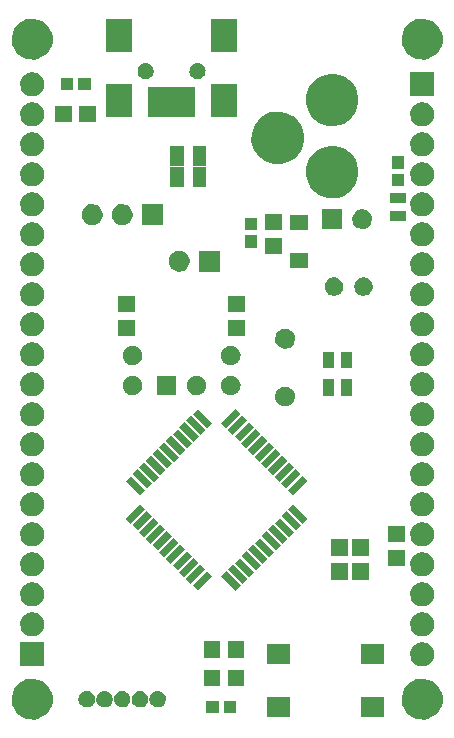
<source format=gts>
G04 (created by PCBNEW (2013-07-07 BZR 4022)-stable) date 12/3/2013 2:23:51 AM*
%MOIN*%
G04 Gerber Fmt 3.4, Leading zero omitted, Abs format*
%FSLAX34Y34*%
G01*
G70*
G90*
G04 APERTURE LIST*
%ADD10C,0.00590551*%
G04 APERTURE END LIST*
G54D10*
G36*
X11400Y-11961D02*
X11399Y-12049D01*
X11381Y-12127D01*
X11350Y-12197D01*
X11303Y-12263D01*
X11248Y-12316D01*
X11180Y-12359D01*
X11109Y-12386D01*
X11029Y-12400D01*
X10953Y-12399D01*
X10874Y-12382D01*
X10804Y-12351D01*
X10738Y-12305D01*
X10685Y-12250D01*
X10641Y-12182D01*
X10613Y-12112D01*
X10599Y-12032D01*
X10600Y-11956D01*
X10617Y-11877D01*
X10647Y-11807D01*
X10692Y-11740D01*
X10747Y-11687D01*
X10814Y-11643D01*
X10885Y-11614D01*
X10964Y-11599D01*
X11040Y-11599D01*
X11120Y-11616D01*
X11190Y-11645D01*
X11257Y-11691D01*
X11310Y-11744D01*
X11355Y-11812D01*
X11384Y-11882D01*
X11400Y-11961D01*
X11400Y-11961D01*
G37*
G36*
X11400Y-12961D02*
X11399Y-13049D01*
X11381Y-13127D01*
X11350Y-13197D01*
X11303Y-13263D01*
X11248Y-13316D01*
X11180Y-13359D01*
X11109Y-13386D01*
X11029Y-13400D01*
X10953Y-13399D01*
X10874Y-13382D01*
X10804Y-13351D01*
X10738Y-13305D01*
X10685Y-13250D01*
X10641Y-13182D01*
X10613Y-13112D01*
X10599Y-13032D01*
X10600Y-12956D01*
X10617Y-12877D01*
X10647Y-12807D01*
X10692Y-12740D01*
X10747Y-12687D01*
X10814Y-12643D01*
X10885Y-12614D01*
X10964Y-12599D01*
X11040Y-12599D01*
X11120Y-12616D01*
X11190Y-12645D01*
X11257Y-12691D01*
X11310Y-12744D01*
X11355Y-12812D01*
X11384Y-12882D01*
X11400Y-12961D01*
X11400Y-12961D01*
G37*
G36*
X11400Y-13961D02*
X11399Y-14049D01*
X11381Y-14127D01*
X11350Y-14197D01*
X11303Y-14263D01*
X11248Y-14316D01*
X11180Y-14359D01*
X11109Y-14386D01*
X11029Y-14400D01*
X10953Y-14399D01*
X10874Y-14382D01*
X10804Y-14351D01*
X10738Y-14305D01*
X10685Y-14250D01*
X10641Y-14182D01*
X10613Y-14112D01*
X10599Y-14032D01*
X10600Y-13956D01*
X10617Y-13877D01*
X10647Y-13807D01*
X10692Y-13740D01*
X10747Y-13687D01*
X10814Y-13643D01*
X10885Y-13614D01*
X10964Y-13599D01*
X11040Y-13599D01*
X11120Y-13616D01*
X11190Y-13645D01*
X11257Y-13691D01*
X11310Y-13744D01*
X11355Y-13812D01*
X11384Y-13882D01*
X11400Y-13961D01*
X11400Y-13961D01*
G37*
G36*
X11400Y-14961D02*
X11399Y-15049D01*
X11381Y-15127D01*
X11350Y-15197D01*
X11303Y-15263D01*
X11248Y-15316D01*
X11180Y-15359D01*
X11109Y-15386D01*
X11029Y-15400D01*
X10953Y-15399D01*
X10874Y-15382D01*
X10804Y-15351D01*
X10738Y-15305D01*
X10685Y-15250D01*
X10641Y-15182D01*
X10613Y-15112D01*
X10599Y-15032D01*
X10600Y-14956D01*
X10617Y-14877D01*
X10647Y-14807D01*
X10692Y-14740D01*
X10747Y-14687D01*
X10814Y-14643D01*
X10885Y-14614D01*
X10964Y-14599D01*
X11040Y-14599D01*
X11120Y-14616D01*
X11190Y-14645D01*
X11257Y-14691D01*
X11310Y-14744D01*
X11355Y-14812D01*
X11384Y-14882D01*
X11400Y-14961D01*
X11400Y-14961D01*
G37*
G36*
X11400Y-15961D02*
X11399Y-16049D01*
X11381Y-16127D01*
X11350Y-16197D01*
X11303Y-16263D01*
X11248Y-16316D01*
X11180Y-16359D01*
X11109Y-16386D01*
X11029Y-16400D01*
X10953Y-16399D01*
X10874Y-16382D01*
X10804Y-16351D01*
X10738Y-16305D01*
X10685Y-16250D01*
X10641Y-16182D01*
X10613Y-16112D01*
X10599Y-16032D01*
X10600Y-15956D01*
X10617Y-15877D01*
X10647Y-15807D01*
X10692Y-15740D01*
X10747Y-15687D01*
X10814Y-15643D01*
X10885Y-15614D01*
X10964Y-15599D01*
X11040Y-15599D01*
X11120Y-15616D01*
X11190Y-15645D01*
X11257Y-15691D01*
X11310Y-15744D01*
X11355Y-15812D01*
X11384Y-15882D01*
X11400Y-15961D01*
X11400Y-15961D01*
G37*
G36*
X11400Y-16961D02*
X11399Y-17049D01*
X11381Y-17127D01*
X11350Y-17197D01*
X11303Y-17263D01*
X11248Y-17316D01*
X11180Y-17359D01*
X11109Y-17386D01*
X11029Y-17400D01*
X10953Y-17399D01*
X10874Y-17382D01*
X10804Y-17351D01*
X10738Y-17305D01*
X10685Y-17250D01*
X10641Y-17182D01*
X10613Y-17112D01*
X10599Y-17032D01*
X10600Y-16956D01*
X10617Y-16877D01*
X10647Y-16807D01*
X10692Y-16740D01*
X10747Y-16687D01*
X10814Y-16643D01*
X10885Y-16614D01*
X10964Y-16599D01*
X11040Y-16599D01*
X11120Y-16616D01*
X11190Y-16645D01*
X11257Y-16691D01*
X11310Y-16744D01*
X11355Y-16812D01*
X11384Y-16882D01*
X11400Y-16961D01*
X11400Y-16961D01*
G37*
G36*
X11400Y-17961D02*
X11399Y-18049D01*
X11381Y-18127D01*
X11350Y-18197D01*
X11303Y-18263D01*
X11248Y-18316D01*
X11180Y-18359D01*
X11109Y-18386D01*
X11029Y-18400D01*
X10953Y-18399D01*
X10874Y-18382D01*
X10804Y-18351D01*
X10738Y-18305D01*
X10685Y-18250D01*
X10641Y-18182D01*
X10613Y-18112D01*
X10599Y-18032D01*
X10600Y-17956D01*
X10617Y-17877D01*
X10647Y-17807D01*
X10692Y-17740D01*
X10747Y-17687D01*
X10814Y-17643D01*
X10885Y-17614D01*
X10964Y-17599D01*
X11040Y-17599D01*
X11120Y-17616D01*
X11190Y-17645D01*
X11257Y-17691D01*
X11310Y-17744D01*
X11355Y-17812D01*
X11384Y-17882D01*
X11400Y-17961D01*
X11400Y-17961D01*
G37*
G36*
X11400Y-18961D02*
X11399Y-19049D01*
X11381Y-19127D01*
X11350Y-19197D01*
X11303Y-19263D01*
X11248Y-19316D01*
X11180Y-19359D01*
X11109Y-19386D01*
X11029Y-19400D01*
X10953Y-19399D01*
X10874Y-19382D01*
X10804Y-19351D01*
X10738Y-19305D01*
X10685Y-19250D01*
X10641Y-19182D01*
X10613Y-19112D01*
X10599Y-19032D01*
X10600Y-18956D01*
X10617Y-18877D01*
X10647Y-18807D01*
X10692Y-18740D01*
X10747Y-18687D01*
X10814Y-18643D01*
X10885Y-18614D01*
X10964Y-18599D01*
X11040Y-18599D01*
X11120Y-18616D01*
X11190Y-18645D01*
X11257Y-18691D01*
X11310Y-18744D01*
X11355Y-18812D01*
X11384Y-18882D01*
X11400Y-18961D01*
X11400Y-18961D01*
G37*
G36*
X11400Y-19961D02*
X11399Y-20049D01*
X11381Y-20127D01*
X11350Y-20197D01*
X11303Y-20263D01*
X11248Y-20316D01*
X11180Y-20359D01*
X11109Y-20386D01*
X11029Y-20400D01*
X10953Y-20399D01*
X10874Y-20382D01*
X10804Y-20351D01*
X10738Y-20305D01*
X10685Y-20250D01*
X10641Y-20182D01*
X10613Y-20112D01*
X10599Y-20032D01*
X10600Y-19956D01*
X10617Y-19877D01*
X10647Y-19807D01*
X10692Y-19740D01*
X10747Y-19687D01*
X10814Y-19643D01*
X10885Y-19614D01*
X10964Y-19599D01*
X11040Y-19599D01*
X11120Y-19616D01*
X11190Y-19645D01*
X11257Y-19691D01*
X11310Y-19744D01*
X11355Y-19812D01*
X11384Y-19882D01*
X11400Y-19961D01*
X11400Y-19961D01*
G37*
G36*
X11400Y-20961D02*
X11399Y-21049D01*
X11381Y-21127D01*
X11350Y-21197D01*
X11303Y-21263D01*
X11248Y-21316D01*
X11180Y-21359D01*
X11109Y-21386D01*
X11029Y-21400D01*
X10953Y-21399D01*
X10874Y-21382D01*
X10804Y-21351D01*
X10738Y-21305D01*
X10685Y-21250D01*
X10641Y-21182D01*
X10613Y-21112D01*
X10599Y-21032D01*
X10600Y-20956D01*
X10617Y-20877D01*
X10647Y-20807D01*
X10692Y-20740D01*
X10747Y-20687D01*
X10814Y-20643D01*
X10885Y-20614D01*
X10964Y-20599D01*
X11040Y-20599D01*
X11120Y-20616D01*
X11190Y-20645D01*
X11257Y-20691D01*
X11310Y-20744D01*
X11355Y-20812D01*
X11384Y-20882D01*
X11400Y-20961D01*
X11400Y-20961D01*
G37*
G36*
X11400Y-21961D02*
X11399Y-22049D01*
X11381Y-22127D01*
X11350Y-22197D01*
X11303Y-22263D01*
X11248Y-22316D01*
X11180Y-22359D01*
X11109Y-22386D01*
X11029Y-22400D01*
X10953Y-22399D01*
X10874Y-22382D01*
X10804Y-22351D01*
X10738Y-22305D01*
X10685Y-22250D01*
X10641Y-22182D01*
X10613Y-22112D01*
X10599Y-22032D01*
X10600Y-21956D01*
X10617Y-21877D01*
X10647Y-21807D01*
X10692Y-21740D01*
X10747Y-21687D01*
X10814Y-21643D01*
X10885Y-21614D01*
X10964Y-21599D01*
X11040Y-21599D01*
X11120Y-21616D01*
X11190Y-21645D01*
X11257Y-21691D01*
X11310Y-21744D01*
X11355Y-21812D01*
X11384Y-21882D01*
X11400Y-21961D01*
X11400Y-21961D01*
G37*
G36*
X11400Y-22961D02*
X11399Y-23049D01*
X11381Y-23127D01*
X11350Y-23197D01*
X11303Y-23263D01*
X11248Y-23316D01*
X11180Y-23359D01*
X11109Y-23386D01*
X11029Y-23400D01*
X10953Y-23399D01*
X10874Y-23382D01*
X10804Y-23351D01*
X10738Y-23305D01*
X10685Y-23250D01*
X10641Y-23182D01*
X10613Y-23112D01*
X10599Y-23032D01*
X10600Y-22956D01*
X10617Y-22877D01*
X10647Y-22807D01*
X10692Y-22740D01*
X10747Y-22687D01*
X10814Y-22643D01*
X10885Y-22614D01*
X10964Y-22599D01*
X11040Y-22599D01*
X11120Y-22616D01*
X11190Y-22645D01*
X11257Y-22691D01*
X11310Y-22744D01*
X11355Y-22812D01*
X11384Y-22882D01*
X11400Y-22961D01*
X11400Y-22961D01*
G37*
G36*
X11400Y-23961D02*
X11399Y-24049D01*
X11381Y-24127D01*
X11350Y-24197D01*
X11303Y-24263D01*
X11248Y-24316D01*
X11180Y-24359D01*
X11109Y-24386D01*
X11029Y-24400D01*
X10953Y-24399D01*
X10874Y-24382D01*
X10804Y-24351D01*
X10738Y-24305D01*
X10685Y-24250D01*
X10641Y-24182D01*
X10613Y-24112D01*
X10599Y-24032D01*
X10600Y-23956D01*
X10617Y-23877D01*
X10647Y-23807D01*
X10692Y-23740D01*
X10747Y-23687D01*
X10814Y-23643D01*
X10885Y-23614D01*
X10964Y-23599D01*
X11040Y-23599D01*
X11120Y-23616D01*
X11190Y-23645D01*
X11257Y-23691D01*
X11310Y-23744D01*
X11355Y-23812D01*
X11384Y-23882D01*
X11400Y-23961D01*
X11400Y-23961D01*
G37*
G36*
X11400Y-24961D02*
X11399Y-25049D01*
X11381Y-25127D01*
X11350Y-25197D01*
X11303Y-25263D01*
X11248Y-25316D01*
X11180Y-25359D01*
X11109Y-25386D01*
X11029Y-25400D01*
X10953Y-25399D01*
X10874Y-25382D01*
X10804Y-25351D01*
X10738Y-25305D01*
X10685Y-25250D01*
X10641Y-25182D01*
X10613Y-25112D01*
X10599Y-25032D01*
X10600Y-24956D01*
X10617Y-24877D01*
X10647Y-24807D01*
X10692Y-24740D01*
X10747Y-24687D01*
X10814Y-24643D01*
X10885Y-24614D01*
X10964Y-24599D01*
X11040Y-24599D01*
X11120Y-24616D01*
X11190Y-24645D01*
X11257Y-24691D01*
X11310Y-24744D01*
X11355Y-24812D01*
X11384Y-24882D01*
X11400Y-24961D01*
X11400Y-24961D01*
G37*
G36*
X11400Y-25961D02*
X11399Y-26049D01*
X11381Y-26127D01*
X11350Y-26197D01*
X11303Y-26263D01*
X11248Y-26316D01*
X11180Y-26359D01*
X11109Y-26386D01*
X11029Y-26400D01*
X10953Y-26399D01*
X10874Y-26382D01*
X10804Y-26351D01*
X10738Y-26305D01*
X10685Y-26250D01*
X10641Y-26182D01*
X10613Y-26112D01*
X10599Y-26032D01*
X10600Y-25956D01*
X10617Y-25877D01*
X10647Y-25807D01*
X10692Y-25740D01*
X10747Y-25687D01*
X10814Y-25643D01*
X10885Y-25614D01*
X10964Y-25599D01*
X11040Y-25599D01*
X11120Y-25616D01*
X11190Y-25645D01*
X11257Y-25691D01*
X11310Y-25744D01*
X11355Y-25812D01*
X11384Y-25882D01*
X11400Y-25961D01*
X11400Y-25961D01*
G37*
G36*
X11400Y-26961D02*
X11399Y-27049D01*
X11381Y-27127D01*
X11350Y-27197D01*
X11303Y-27263D01*
X11248Y-27316D01*
X11180Y-27359D01*
X11109Y-27386D01*
X11029Y-27400D01*
X10953Y-27399D01*
X10874Y-27382D01*
X10804Y-27351D01*
X10738Y-27305D01*
X10685Y-27250D01*
X10641Y-27182D01*
X10613Y-27112D01*
X10599Y-27032D01*
X10600Y-26956D01*
X10617Y-26877D01*
X10647Y-26807D01*
X10692Y-26740D01*
X10747Y-26687D01*
X10814Y-26643D01*
X10885Y-26614D01*
X10964Y-26599D01*
X11040Y-26599D01*
X11120Y-26616D01*
X11190Y-26645D01*
X11257Y-26691D01*
X11310Y-26744D01*
X11355Y-26812D01*
X11384Y-26882D01*
X11400Y-26961D01*
X11400Y-26961D01*
G37*
G36*
X11400Y-27961D02*
X11399Y-28049D01*
X11381Y-28127D01*
X11350Y-28197D01*
X11303Y-28263D01*
X11248Y-28316D01*
X11180Y-28359D01*
X11109Y-28386D01*
X11029Y-28400D01*
X10953Y-28399D01*
X10874Y-28382D01*
X10804Y-28351D01*
X10738Y-28305D01*
X10685Y-28250D01*
X10641Y-28182D01*
X10613Y-28112D01*
X10599Y-28032D01*
X10600Y-27956D01*
X10617Y-27877D01*
X10647Y-27807D01*
X10692Y-27740D01*
X10747Y-27687D01*
X10814Y-27643D01*
X10885Y-27614D01*
X10964Y-27599D01*
X11040Y-27599D01*
X11120Y-27616D01*
X11190Y-27645D01*
X11257Y-27691D01*
X11310Y-27744D01*
X11355Y-27812D01*
X11384Y-27882D01*
X11400Y-27961D01*
X11400Y-27961D01*
G37*
G36*
X11400Y-28961D02*
X11399Y-29049D01*
X11381Y-29127D01*
X11350Y-29197D01*
X11303Y-29263D01*
X11248Y-29316D01*
X11180Y-29359D01*
X11109Y-29386D01*
X11029Y-29400D01*
X10953Y-29399D01*
X10874Y-29382D01*
X10804Y-29351D01*
X10738Y-29305D01*
X10685Y-29250D01*
X10641Y-29182D01*
X10613Y-29112D01*
X10599Y-29032D01*
X10600Y-28956D01*
X10617Y-28877D01*
X10647Y-28807D01*
X10692Y-28740D01*
X10747Y-28687D01*
X10814Y-28643D01*
X10885Y-28614D01*
X10964Y-28599D01*
X11040Y-28599D01*
X11120Y-28616D01*
X11190Y-28645D01*
X11257Y-28691D01*
X11310Y-28744D01*
X11355Y-28812D01*
X11384Y-28882D01*
X11400Y-28961D01*
X11400Y-28961D01*
G37*
G36*
X11400Y-29961D02*
X11399Y-30049D01*
X11381Y-30127D01*
X11350Y-30197D01*
X11303Y-30263D01*
X11248Y-30316D01*
X11180Y-30359D01*
X11109Y-30386D01*
X11029Y-30400D01*
X10953Y-30399D01*
X10874Y-30382D01*
X10804Y-30351D01*
X10738Y-30305D01*
X10685Y-30250D01*
X10641Y-30182D01*
X10613Y-30112D01*
X10599Y-30032D01*
X10600Y-29956D01*
X10617Y-29877D01*
X10647Y-29807D01*
X10692Y-29740D01*
X10747Y-29687D01*
X10814Y-29643D01*
X10885Y-29614D01*
X10964Y-29599D01*
X11040Y-29599D01*
X11120Y-29616D01*
X11190Y-29645D01*
X11257Y-29691D01*
X11310Y-29744D01*
X11355Y-29812D01*
X11384Y-29882D01*
X11400Y-29961D01*
X11400Y-29961D01*
G37*
G36*
X11400Y-31400D02*
X10599Y-31400D01*
X10599Y-30599D01*
X11400Y-30599D01*
X11400Y-31400D01*
X11400Y-31400D01*
G37*
G36*
X11680Y-10434D02*
X11678Y-10584D01*
X11648Y-10716D01*
X11594Y-10836D01*
X11516Y-10947D01*
X11421Y-11037D01*
X11307Y-11110D01*
X11184Y-11157D01*
X11051Y-11181D01*
X10920Y-11178D01*
X10787Y-11149D01*
X10667Y-11097D01*
X10556Y-11019D01*
X10465Y-10925D01*
X10391Y-10811D01*
X10343Y-10689D01*
X10318Y-10555D01*
X10320Y-10425D01*
X10348Y-10292D01*
X10400Y-10171D01*
X10477Y-10059D01*
X10570Y-9968D01*
X10684Y-9893D01*
X10805Y-9844D01*
X10939Y-9819D01*
X11070Y-9820D01*
X11203Y-9847D01*
X11323Y-9898D01*
X11436Y-9974D01*
X11528Y-10066D01*
X11604Y-10180D01*
X11653Y-10301D01*
X11680Y-10434D01*
X11680Y-10434D01*
G37*
G36*
X11680Y-32434D02*
X11678Y-32584D01*
X11648Y-32716D01*
X11594Y-32836D01*
X11516Y-32947D01*
X11421Y-33037D01*
X11307Y-33110D01*
X11184Y-33157D01*
X11051Y-33181D01*
X10920Y-33178D01*
X10787Y-33149D01*
X10667Y-33097D01*
X10556Y-33019D01*
X10465Y-32925D01*
X10391Y-32811D01*
X10343Y-32689D01*
X10318Y-32555D01*
X10320Y-32425D01*
X10348Y-32292D01*
X10400Y-32171D01*
X10477Y-32059D01*
X10570Y-31968D01*
X10684Y-31893D01*
X10805Y-31844D01*
X10939Y-31819D01*
X11070Y-31820D01*
X11203Y-31847D01*
X11323Y-31898D01*
X11436Y-31974D01*
X11528Y-32066D01*
X11604Y-32180D01*
X11653Y-32301D01*
X11680Y-32434D01*
X11680Y-32434D01*
G37*
G36*
X12325Y-13275D02*
X11774Y-13275D01*
X11774Y-12724D01*
X12325Y-12724D01*
X12325Y-13275D01*
X12325Y-13275D01*
G37*
G36*
X12362Y-12207D02*
X11947Y-12207D01*
X11947Y-11792D01*
X12362Y-11792D01*
X12362Y-12207D01*
X12362Y-12207D01*
G37*
G36*
X12952Y-12207D02*
X12537Y-12207D01*
X12537Y-11792D01*
X12952Y-11792D01*
X12952Y-12207D01*
X12952Y-12207D01*
G37*
G36*
X13094Y-32474D02*
X13093Y-32533D01*
X13080Y-32588D01*
X13059Y-32635D01*
X13027Y-32681D01*
X12990Y-32717D01*
X12942Y-32747D01*
X12894Y-32765D01*
X12839Y-32775D01*
X12787Y-32774D01*
X12732Y-32762D01*
X12685Y-32741D01*
X12638Y-32709D01*
X12603Y-32672D01*
X12572Y-32625D01*
X12553Y-32577D01*
X12543Y-32521D01*
X12544Y-32470D01*
X12555Y-32415D01*
X12576Y-32367D01*
X12608Y-32321D01*
X12644Y-32285D01*
X12692Y-32254D01*
X12739Y-32235D01*
X12795Y-32224D01*
X12846Y-32224D01*
X12902Y-32236D01*
X12949Y-32256D01*
X12996Y-32287D01*
X13032Y-32324D01*
X13063Y-32371D01*
X13083Y-32418D01*
X13094Y-32474D01*
X13094Y-32474D01*
G37*
G36*
X13125Y-13275D02*
X12574Y-13275D01*
X12574Y-12724D01*
X13125Y-12724D01*
X13125Y-13275D01*
X13125Y-13275D01*
G37*
G36*
X13350Y-16316D02*
X13349Y-16393D01*
X13333Y-16462D01*
X13306Y-16522D01*
X13265Y-16580D01*
X13217Y-16626D01*
X13157Y-16664D01*
X13095Y-16688D01*
X13025Y-16700D01*
X12959Y-16699D01*
X12890Y-16684D01*
X12829Y-16657D01*
X12771Y-16617D01*
X12725Y-16569D01*
X12686Y-16509D01*
X12662Y-16448D01*
X12649Y-16378D01*
X12650Y-16312D01*
X12665Y-16242D01*
X12691Y-16181D01*
X12731Y-16122D01*
X12778Y-16076D01*
X12838Y-16037D01*
X12899Y-16012D01*
X12969Y-15999D01*
X13035Y-15999D01*
X13105Y-16014D01*
X13166Y-16039D01*
X13225Y-16079D01*
X13271Y-16126D01*
X13311Y-16186D01*
X13336Y-16246D01*
X13350Y-16316D01*
X13350Y-16316D01*
G37*
G36*
X13684Y-32474D02*
X13683Y-32533D01*
X13670Y-32588D01*
X13649Y-32635D01*
X13617Y-32681D01*
X13580Y-32717D01*
X13532Y-32747D01*
X13484Y-32765D01*
X13429Y-32775D01*
X13377Y-32774D01*
X13322Y-32762D01*
X13275Y-32741D01*
X13228Y-32709D01*
X13193Y-32672D01*
X13162Y-32625D01*
X13143Y-32577D01*
X13133Y-32521D01*
X13134Y-32470D01*
X13145Y-32415D01*
X13166Y-32367D01*
X13198Y-32321D01*
X13234Y-32285D01*
X13282Y-32254D01*
X13329Y-32235D01*
X13385Y-32224D01*
X13436Y-32224D01*
X13492Y-32236D01*
X13539Y-32256D01*
X13586Y-32287D01*
X13622Y-32324D01*
X13653Y-32371D01*
X13673Y-32418D01*
X13684Y-32474D01*
X13684Y-32474D01*
G37*
G36*
X14275Y-32474D02*
X14274Y-32533D01*
X14261Y-32588D01*
X14240Y-32635D01*
X14208Y-32681D01*
X14171Y-32717D01*
X14123Y-32747D01*
X14075Y-32765D01*
X14020Y-32775D01*
X13968Y-32774D01*
X13913Y-32762D01*
X13866Y-32741D01*
X13819Y-32709D01*
X13784Y-32672D01*
X13753Y-32625D01*
X13734Y-32577D01*
X13724Y-32521D01*
X13725Y-32470D01*
X13736Y-32415D01*
X13757Y-32367D01*
X13789Y-32321D01*
X13825Y-32285D01*
X13873Y-32254D01*
X13920Y-32235D01*
X13976Y-32224D01*
X14027Y-32224D01*
X14083Y-32236D01*
X14130Y-32256D01*
X14177Y-32287D01*
X14213Y-32324D01*
X14244Y-32371D01*
X14264Y-32418D01*
X14275Y-32474D01*
X14275Y-32474D01*
G37*
G36*
X14337Y-10928D02*
X13450Y-10928D01*
X13450Y-9843D01*
X14337Y-9843D01*
X14337Y-10928D01*
X14337Y-10928D01*
G37*
G36*
X14337Y-13093D02*
X13450Y-13093D01*
X13450Y-12008D01*
X14337Y-12008D01*
X14337Y-13093D01*
X14337Y-13093D01*
G37*
G36*
X14350Y-16316D02*
X14349Y-16393D01*
X14333Y-16462D01*
X14306Y-16522D01*
X14265Y-16580D01*
X14217Y-16626D01*
X14157Y-16664D01*
X14095Y-16688D01*
X14025Y-16700D01*
X13959Y-16699D01*
X13890Y-16684D01*
X13829Y-16657D01*
X13771Y-16617D01*
X13725Y-16569D01*
X13686Y-16509D01*
X13662Y-16448D01*
X13649Y-16378D01*
X13650Y-16312D01*
X13665Y-16242D01*
X13691Y-16181D01*
X13731Y-16122D01*
X13778Y-16076D01*
X13838Y-16037D01*
X13899Y-16012D01*
X13969Y-15999D01*
X14035Y-15999D01*
X14105Y-16014D01*
X14166Y-16039D01*
X14225Y-16079D01*
X14271Y-16126D01*
X14311Y-16186D01*
X14336Y-16246D01*
X14350Y-16316D01*
X14350Y-16316D01*
G37*
G36*
X14425Y-19605D02*
X13874Y-19605D01*
X13874Y-19054D01*
X14425Y-19054D01*
X14425Y-19605D01*
X14425Y-19605D01*
G37*
G36*
X14425Y-20405D02*
X13874Y-20405D01*
X13874Y-19854D01*
X14425Y-19854D01*
X14425Y-20405D01*
X14425Y-20405D01*
G37*
G36*
X14665Y-21019D02*
X14664Y-21089D01*
X14649Y-21154D01*
X14624Y-21210D01*
X14586Y-21264D01*
X14542Y-21306D01*
X14486Y-21342D01*
X14428Y-21364D01*
X14363Y-21375D01*
X14302Y-21374D01*
X14237Y-21360D01*
X14181Y-21335D01*
X14127Y-21298D01*
X14084Y-21253D01*
X14048Y-21198D01*
X14026Y-21141D01*
X14014Y-21076D01*
X14015Y-21014D01*
X14028Y-20949D01*
X14053Y-20893D01*
X14090Y-20838D01*
X14134Y-20796D01*
X14189Y-20759D01*
X14246Y-20736D01*
X14311Y-20724D01*
X14372Y-20724D01*
X14437Y-20738D01*
X14494Y-20761D01*
X14549Y-20799D01*
X14592Y-20842D01*
X14628Y-20896D01*
X14629Y-20897D01*
X14652Y-20954D01*
X14665Y-21019D01*
X14665Y-21019D01*
G37*
G36*
X14665Y-22019D02*
X14664Y-22089D01*
X14649Y-22154D01*
X14624Y-22210D01*
X14586Y-22264D01*
X14542Y-22306D01*
X14486Y-22342D01*
X14428Y-22364D01*
X14363Y-22375D01*
X14302Y-22374D01*
X14237Y-22360D01*
X14181Y-22335D01*
X14127Y-22298D01*
X14084Y-22253D01*
X14048Y-22198D01*
X14026Y-22141D01*
X14014Y-22076D01*
X14015Y-22014D01*
X14028Y-21949D01*
X14053Y-21893D01*
X14090Y-21838D01*
X14134Y-21796D01*
X14189Y-21759D01*
X14246Y-21736D01*
X14311Y-21724D01*
X14372Y-21724D01*
X14437Y-21738D01*
X14494Y-21761D01*
X14549Y-21799D01*
X14592Y-21842D01*
X14628Y-21896D01*
X14629Y-21897D01*
X14652Y-21954D01*
X14665Y-22019D01*
X14665Y-22019D01*
G37*
G36*
X14770Y-25528D02*
X14600Y-25698D01*
X14119Y-25217D01*
X14289Y-25047D01*
X14770Y-25528D01*
X14770Y-25528D01*
G37*
G36*
X14770Y-26171D02*
X14289Y-26652D01*
X14119Y-26482D01*
X14600Y-26001D01*
X14770Y-26171D01*
X14770Y-26171D01*
G37*
G36*
X14866Y-32474D02*
X14865Y-32533D01*
X14852Y-32588D01*
X14831Y-32635D01*
X14799Y-32681D01*
X14762Y-32717D01*
X14714Y-32747D01*
X14666Y-32765D01*
X14611Y-32775D01*
X14559Y-32774D01*
X14504Y-32762D01*
X14457Y-32741D01*
X14410Y-32709D01*
X14375Y-32672D01*
X14344Y-32625D01*
X14325Y-32577D01*
X14315Y-32521D01*
X14316Y-32470D01*
X14327Y-32415D01*
X14348Y-32367D01*
X14380Y-32321D01*
X14416Y-32285D01*
X14464Y-32254D01*
X14511Y-32235D01*
X14567Y-32224D01*
X14618Y-32224D01*
X14674Y-32236D01*
X14721Y-32256D01*
X14768Y-32287D01*
X14804Y-32324D01*
X14835Y-32371D01*
X14855Y-32418D01*
X14866Y-32474D01*
X14866Y-32474D01*
G37*
G36*
X14993Y-25305D02*
X14823Y-25475D01*
X14342Y-24994D01*
X14512Y-24824D01*
X14993Y-25305D01*
X14993Y-25305D01*
G37*
G36*
X14993Y-26394D02*
X14512Y-26875D01*
X14342Y-26705D01*
X14823Y-26224D01*
X14993Y-26394D01*
X14993Y-26394D01*
G37*
G36*
X15046Y-11541D02*
X15045Y-11599D01*
X15033Y-11652D01*
X15013Y-11698D01*
X14982Y-11742D01*
X14945Y-11777D01*
X14899Y-11806D01*
X14853Y-11824D01*
X14799Y-11834D01*
X14749Y-11833D01*
X14696Y-11821D01*
X14650Y-11801D01*
X14605Y-11770D01*
X14570Y-11734D01*
X14541Y-11688D01*
X14522Y-11642D01*
X14512Y-11588D01*
X14513Y-11538D01*
X14525Y-11484D01*
X14544Y-11439D01*
X14575Y-11393D01*
X14611Y-11359D01*
X14657Y-11328D01*
X14703Y-11310D01*
X14757Y-11300D01*
X14806Y-11300D01*
X14860Y-11311D01*
X14906Y-11330D01*
X14951Y-11361D01*
X14986Y-11396D01*
X15016Y-11441D01*
X15017Y-11442D01*
X15036Y-11488D01*
X15046Y-11541D01*
X15046Y-11541D01*
G37*
G36*
X15216Y-25082D02*
X15046Y-25252D01*
X14565Y-24771D01*
X14735Y-24601D01*
X15216Y-25082D01*
X15216Y-25082D01*
G37*
G36*
X15216Y-26617D02*
X14735Y-27098D01*
X14565Y-26928D01*
X15046Y-26447D01*
X15216Y-26617D01*
X15216Y-26617D01*
G37*
G36*
X15350Y-16700D02*
X14649Y-16700D01*
X14649Y-15999D01*
X15350Y-15999D01*
X15350Y-16700D01*
X15350Y-16700D01*
G37*
G36*
X15439Y-24860D02*
X15269Y-25030D01*
X14787Y-24548D01*
X14957Y-24378D01*
X15439Y-24860D01*
X15439Y-24860D01*
G37*
G36*
X15439Y-26839D02*
X14957Y-27321D01*
X14787Y-27151D01*
X15269Y-26669D01*
X15439Y-26839D01*
X15439Y-26839D01*
G37*
G36*
X15456Y-32474D02*
X15455Y-32533D01*
X15442Y-32588D01*
X15421Y-32635D01*
X15389Y-32681D01*
X15352Y-32717D01*
X15304Y-32747D01*
X15256Y-32765D01*
X15201Y-32775D01*
X15149Y-32774D01*
X15094Y-32762D01*
X15047Y-32741D01*
X15000Y-32709D01*
X14965Y-32672D01*
X14934Y-32625D01*
X14915Y-32577D01*
X14905Y-32521D01*
X14906Y-32470D01*
X14917Y-32415D01*
X14938Y-32367D01*
X14970Y-32321D01*
X15006Y-32285D01*
X15054Y-32254D01*
X15101Y-32235D01*
X15157Y-32224D01*
X15208Y-32224D01*
X15264Y-32236D01*
X15311Y-32256D01*
X15358Y-32287D01*
X15394Y-32324D01*
X15425Y-32371D01*
X15445Y-32418D01*
X15456Y-32474D01*
X15456Y-32474D01*
G37*
G36*
X15661Y-24637D02*
X15491Y-24807D01*
X15010Y-24326D01*
X15180Y-24156D01*
X15661Y-24637D01*
X15661Y-24637D01*
G37*
G36*
X15661Y-27062D02*
X15180Y-27543D01*
X15010Y-27373D01*
X15491Y-26892D01*
X15661Y-27062D01*
X15661Y-27062D01*
G37*
G36*
X15805Y-22365D02*
X15154Y-22365D01*
X15154Y-21714D01*
X15805Y-21714D01*
X15805Y-22365D01*
X15805Y-22365D01*
G37*
G36*
X15884Y-24414D02*
X15714Y-24584D01*
X15233Y-24103D01*
X15403Y-23933D01*
X15884Y-24414D01*
X15884Y-24414D01*
G37*
G36*
X15884Y-27285D02*
X15403Y-27766D01*
X15233Y-27596D01*
X15714Y-27115D01*
X15884Y-27285D01*
X15884Y-27285D01*
G37*
G36*
X16050Y-14725D02*
X15599Y-14725D01*
X15599Y-14074D01*
X16050Y-14074D01*
X16050Y-14725D01*
X16050Y-14725D01*
G37*
G36*
X16050Y-15425D02*
X15599Y-15425D01*
X15599Y-14774D01*
X16050Y-14774D01*
X16050Y-15425D01*
X16050Y-15425D01*
G37*
G36*
X16107Y-24191D02*
X15937Y-24361D01*
X15456Y-23880D01*
X15626Y-23710D01*
X16107Y-24191D01*
X16107Y-24191D01*
G37*
G36*
X16107Y-27508D02*
X15626Y-27989D01*
X15456Y-27819D01*
X15937Y-27338D01*
X16107Y-27508D01*
X16107Y-27508D01*
G37*
G36*
X16250Y-17866D02*
X16249Y-17943D01*
X16233Y-18012D01*
X16206Y-18072D01*
X16165Y-18130D01*
X16117Y-18176D01*
X16057Y-18214D01*
X15995Y-18238D01*
X15925Y-18250D01*
X15859Y-18249D01*
X15790Y-18234D01*
X15729Y-18207D01*
X15671Y-18167D01*
X15625Y-18119D01*
X15586Y-18059D01*
X15562Y-17998D01*
X15549Y-17928D01*
X15550Y-17862D01*
X15565Y-17792D01*
X15591Y-17731D01*
X15631Y-17672D01*
X15678Y-17626D01*
X15738Y-17587D01*
X15799Y-17562D01*
X15869Y-17549D01*
X15935Y-17549D01*
X16005Y-17564D01*
X16066Y-17589D01*
X16125Y-17629D01*
X16171Y-17676D01*
X16211Y-17736D01*
X16236Y-17796D01*
X16250Y-17866D01*
X16250Y-17866D01*
G37*
G36*
X16330Y-23969D02*
X16160Y-24139D01*
X15678Y-23657D01*
X15848Y-23487D01*
X16330Y-23969D01*
X16330Y-23969D01*
G37*
G36*
X16330Y-27730D02*
X15848Y-28212D01*
X15678Y-28042D01*
X16160Y-27560D01*
X16330Y-27730D01*
X16330Y-27730D01*
G37*
G36*
X16424Y-13094D02*
X16127Y-13094D01*
X16121Y-13094D01*
X16115Y-13094D01*
X16109Y-13094D01*
X15812Y-13094D01*
X15806Y-13094D01*
X15800Y-13094D01*
X15794Y-13094D01*
X15497Y-13094D01*
X15491Y-13094D01*
X15485Y-13094D01*
X15479Y-13094D01*
X15182Y-13094D01*
X15176Y-13094D01*
X15170Y-13094D01*
X15164Y-13094D01*
X14867Y-13094D01*
X14867Y-12087D01*
X15164Y-12087D01*
X15170Y-12087D01*
X15176Y-12087D01*
X15182Y-12087D01*
X15479Y-12087D01*
X15485Y-12087D01*
X15491Y-12087D01*
X15497Y-12087D01*
X15794Y-12087D01*
X15800Y-12087D01*
X15806Y-12087D01*
X15812Y-12087D01*
X16109Y-12087D01*
X16115Y-12087D01*
X16121Y-12087D01*
X16127Y-12087D01*
X16424Y-12087D01*
X16424Y-13094D01*
X16424Y-13094D01*
G37*
G36*
X16552Y-23746D02*
X16382Y-23916D01*
X15901Y-23435D01*
X16071Y-23265D01*
X16552Y-23746D01*
X16552Y-23746D01*
G37*
G36*
X16552Y-27953D02*
X16071Y-28434D01*
X15901Y-28264D01*
X16382Y-27783D01*
X16552Y-27953D01*
X16552Y-27953D01*
G37*
G36*
X16775Y-23523D02*
X16605Y-23693D01*
X16124Y-23212D01*
X16294Y-23042D01*
X16775Y-23523D01*
X16775Y-23523D01*
G37*
G36*
X16775Y-28176D02*
X16294Y-28657D01*
X16124Y-28487D01*
X16605Y-28006D01*
X16775Y-28176D01*
X16775Y-28176D01*
G37*
G36*
X16778Y-11541D02*
X16777Y-11599D01*
X16765Y-11652D01*
X16745Y-11698D01*
X16714Y-11742D01*
X16677Y-11777D01*
X16631Y-11806D01*
X16585Y-11824D01*
X16531Y-11834D01*
X16481Y-11833D01*
X16428Y-11821D01*
X16382Y-11801D01*
X16337Y-11770D01*
X16302Y-11734D01*
X16273Y-11688D01*
X16254Y-11642D01*
X16244Y-11588D01*
X16245Y-11538D01*
X16257Y-11484D01*
X16276Y-11439D01*
X16307Y-11393D01*
X16343Y-11359D01*
X16389Y-11328D01*
X16435Y-11310D01*
X16489Y-11300D01*
X16538Y-11300D01*
X16592Y-11311D01*
X16638Y-11330D01*
X16683Y-11361D01*
X16718Y-11396D01*
X16748Y-11441D01*
X16749Y-11442D01*
X16768Y-11488D01*
X16778Y-11541D01*
X16778Y-11541D01*
G37*
G36*
X16800Y-14725D02*
X16349Y-14725D01*
X16349Y-14074D01*
X16800Y-14074D01*
X16800Y-14725D01*
X16800Y-14725D01*
G37*
G36*
X16800Y-15425D02*
X16349Y-15425D01*
X16349Y-14774D01*
X16800Y-14774D01*
X16800Y-15425D01*
X16800Y-15425D01*
G37*
G36*
X16805Y-22009D02*
X16804Y-22079D01*
X16789Y-22144D01*
X16764Y-22200D01*
X16726Y-22254D01*
X16682Y-22296D01*
X16626Y-22332D01*
X16568Y-22354D01*
X16503Y-22365D01*
X16442Y-22364D01*
X16377Y-22350D01*
X16321Y-22325D01*
X16267Y-22288D01*
X16224Y-22243D01*
X16188Y-22188D01*
X16166Y-22131D01*
X16154Y-22066D01*
X16155Y-22004D01*
X16168Y-21939D01*
X16193Y-21883D01*
X16230Y-21828D01*
X16274Y-21786D01*
X16329Y-21749D01*
X16386Y-21726D01*
X16451Y-21714D01*
X16512Y-21714D01*
X16577Y-21728D01*
X16634Y-21751D01*
X16689Y-21789D01*
X16732Y-21832D01*
X16768Y-21886D01*
X16769Y-21887D01*
X16792Y-21944D01*
X16805Y-22009D01*
X16805Y-22009D01*
G37*
G36*
X16998Y-23300D02*
X16828Y-23470D01*
X16347Y-22989D01*
X16517Y-22819D01*
X16998Y-23300D01*
X16998Y-23300D01*
G37*
G36*
X16998Y-28399D02*
X16517Y-28880D01*
X16347Y-28710D01*
X16828Y-28229D01*
X16998Y-28399D01*
X16998Y-28399D01*
G37*
G36*
X17212Y-32967D02*
X16797Y-32967D01*
X16797Y-32552D01*
X17212Y-32552D01*
X17212Y-32967D01*
X17212Y-32967D01*
G37*
G36*
X17250Y-18250D02*
X16549Y-18250D01*
X16549Y-17549D01*
X17250Y-17549D01*
X17250Y-18250D01*
X17250Y-18250D01*
G37*
G36*
X17275Y-31125D02*
X16724Y-31125D01*
X16724Y-30574D01*
X17275Y-30574D01*
X17275Y-31125D01*
X17275Y-31125D01*
G37*
G36*
X17275Y-32075D02*
X16724Y-32075D01*
X16724Y-31524D01*
X17275Y-31524D01*
X17275Y-32075D01*
X17275Y-32075D01*
G37*
G36*
X17802Y-32967D02*
X17387Y-32967D01*
X17387Y-32552D01*
X17802Y-32552D01*
X17802Y-32967D01*
X17802Y-32967D01*
G37*
G36*
X17841Y-10928D02*
X16954Y-10928D01*
X16954Y-9843D01*
X17841Y-9843D01*
X17841Y-10928D01*
X17841Y-10928D01*
G37*
G36*
X17841Y-13093D02*
X16954Y-13093D01*
X16954Y-12008D01*
X17841Y-12008D01*
X17841Y-13093D01*
X17841Y-13093D01*
G37*
G36*
X17945Y-21019D02*
X17944Y-21089D01*
X17929Y-21154D01*
X17904Y-21210D01*
X17866Y-21264D01*
X17822Y-21306D01*
X17766Y-21342D01*
X17708Y-21364D01*
X17643Y-21375D01*
X17582Y-21374D01*
X17517Y-21360D01*
X17461Y-21335D01*
X17407Y-21298D01*
X17364Y-21253D01*
X17328Y-21198D01*
X17306Y-21141D01*
X17294Y-21076D01*
X17295Y-21014D01*
X17308Y-20949D01*
X17333Y-20893D01*
X17370Y-20838D01*
X17414Y-20796D01*
X17469Y-20759D01*
X17526Y-20736D01*
X17591Y-20724D01*
X17652Y-20724D01*
X17717Y-20738D01*
X17774Y-20761D01*
X17829Y-20799D01*
X17872Y-20842D01*
X17908Y-20896D01*
X17909Y-20897D01*
X17932Y-20954D01*
X17945Y-21019D01*
X17945Y-21019D01*
G37*
G36*
X17945Y-22019D02*
X17944Y-22089D01*
X17929Y-22154D01*
X17904Y-22210D01*
X17866Y-22264D01*
X17822Y-22306D01*
X17766Y-22342D01*
X17708Y-22364D01*
X17643Y-22375D01*
X17582Y-22374D01*
X17517Y-22360D01*
X17461Y-22335D01*
X17407Y-22298D01*
X17364Y-22253D01*
X17328Y-22198D01*
X17306Y-22141D01*
X17294Y-22076D01*
X17295Y-22014D01*
X17308Y-21949D01*
X17333Y-21893D01*
X17370Y-21838D01*
X17414Y-21796D01*
X17469Y-21759D01*
X17526Y-21736D01*
X17591Y-21724D01*
X17652Y-21724D01*
X17717Y-21738D01*
X17774Y-21761D01*
X17829Y-21799D01*
X17872Y-21842D01*
X17908Y-21896D01*
X17909Y-21897D01*
X17932Y-21954D01*
X17945Y-22019D01*
X17945Y-22019D01*
G37*
G36*
X17952Y-22989D02*
X17471Y-23470D01*
X17301Y-23300D01*
X17782Y-22819D01*
X17952Y-22989D01*
X17952Y-22989D01*
G37*
G36*
X17952Y-28710D02*
X17782Y-28880D01*
X17301Y-28399D01*
X17471Y-28229D01*
X17952Y-28710D01*
X17952Y-28710D01*
G37*
G36*
X18075Y-31125D02*
X17524Y-31125D01*
X17524Y-30574D01*
X18075Y-30574D01*
X18075Y-31125D01*
X18075Y-31125D01*
G37*
G36*
X18075Y-32075D02*
X17524Y-32075D01*
X17524Y-31524D01*
X18075Y-31524D01*
X18075Y-32075D01*
X18075Y-32075D01*
G37*
G36*
X18095Y-19605D02*
X17544Y-19605D01*
X17544Y-19054D01*
X18095Y-19054D01*
X18095Y-19605D01*
X18095Y-19605D01*
G37*
G36*
X18095Y-20405D02*
X17544Y-20405D01*
X17544Y-19854D01*
X18095Y-19854D01*
X18095Y-20405D01*
X18095Y-20405D01*
G37*
G36*
X18175Y-23212D02*
X17694Y-23693D01*
X17524Y-23523D01*
X18005Y-23042D01*
X18175Y-23212D01*
X18175Y-23212D01*
G37*
G36*
X18175Y-28487D02*
X18005Y-28657D01*
X17524Y-28176D01*
X17694Y-28006D01*
X18175Y-28487D01*
X18175Y-28487D01*
G37*
G36*
X18398Y-23435D02*
X17917Y-23916D01*
X17747Y-23746D01*
X18228Y-23265D01*
X18398Y-23435D01*
X18398Y-23435D01*
G37*
G36*
X18398Y-28264D02*
X18228Y-28434D01*
X17747Y-27953D01*
X17917Y-27783D01*
X18398Y-28264D01*
X18398Y-28264D01*
G37*
G36*
X18507Y-16862D02*
X18092Y-16862D01*
X18092Y-16447D01*
X18507Y-16447D01*
X18507Y-16862D01*
X18507Y-16862D01*
G37*
G36*
X18507Y-17452D02*
X18092Y-17452D01*
X18092Y-17037D01*
X18507Y-17037D01*
X18507Y-17452D01*
X18507Y-17452D01*
G37*
G36*
X18621Y-23657D02*
X18139Y-24139D01*
X17969Y-23969D01*
X18451Y-23487D01*
X18621Y-23657D01*
X18621Y-23657D01*
G37*
G36*
X18621Y-28042D02*
X18451Y-28212D01*
X17969Y-27730D01*
X18139Y-27560D01*
X18621Y-28042D01*
X18621Y-28042D01*
G37*
G36*
X18843Y-23880D02*
X18362Y-24361D01*
X18192Y-24191D01*
X18673Y-23710D01*
X18843Y-23880D01*
X18843Y-23880D01*
G37*
G36*
X18843Y-27819D02*
X18673Y-27989D01*
X18192Y-27508D01*
X18362Y-27338D01*
X18843Y-27819D01*
X18843Y-27819D01*
G37*
G36*
X19066Y-24103D02*
X18585Y-24584D01*
X18415Y-24414D01*
X18896Y-23933D01*
X19066Y-24103D01*
X19066Y-24103D01*
G37*
G36*
X19066Y-27596D02*
X18896Y-27766D01*
X18415Y-27285D01*
X18585Y-27115D01*
X19066Y-27596D01*
X19066Y-27596D01*
G37*
G36*
X19289Y-24326D02*
X18808Y-24807D01*
X18638Y-24637D01*
X19119Y-24156D01*
X19289Y-24326D01*
X19289Y-24326D01*
G37*
G36*
X19289Y-27373D02*
X19119Y-27543D01*
X18638Y-27062D01*
X18808Y-26892D01*
X19289Y-27373D01*
X19289Y-27373D01*
G37*
G36*
X19325Y-16875D02*
X18774Y-16875D01*
X18774Y-16324D01*
X19325Y-16324D01*
X19325Y-16875D01*
X19325Y-16875D01*
G37*
G36*
X19325Y-17675D02*
X18774Y-17675D01*
X18774Y-17124D01*
X19325Y-17124D01*
X19325Y-17675D01*
X19325Y-17675D01*
G37*
G36*
X19512Y-24548D02*
X19030Y-25030D01*
X18860Y-24860D01*
X19342Y-24378D01*
X19512Y-24548D01*
X19512Y-24548D01*
G37*
G36*
X19512Y-27151D02*
X19342Y-27321D01*
X18860Y-26839D01*
X19030Y-26669D01*
X19512Y-27151D01*
X19512Y-27151D01*
G37*
G36*
X19584Y-31325D02*
X18815Y-31325D01*
X18815Y-30674D01*
X19584Y-30674D01*
X19584Y-31325D01*
X19584Y-31325D01*
G37*
G36*
X19584Y-33097D02*
X18815Y-33097D01*
X18815Y-32446D01*
X19584Y-32446D01*
X19584Y-33097D01*
X19584Y-33097D01*
G37*
G36*
X19734Y-24771D02*
X19253Y-25252D01*
X19083Y-25082D01*
X19564Y-24601D01*
X19734Y-24771D01*
X19734Y-24771D01*
G37*
G36*
X19734Y-26928D02*
X19564Y-27098D01*
X19083Y-26617D01*
X19253Y-26447D01*
X19734Y-26928D01*
X19734Y-26928D01*
G37*
G36*
X19760Y-20457D02*
X19759Y-20529D01*
X19744Y-20594D01*
X19718Y-20651D01*
X19680Y-20706D01*
X19635Y-20749D01*
X19578Y-20785D01*
X19520Y-20808D01*
X19454Y-20819D01*
X19391Y-20818D01*
X19326Y-20804D01*
X19269Y-20779D01*
X19214Y-20740D01*
X19170Y-20695D01*
X19134Y-20639D01*
X19111Y-20581D01*
X19099Y-20515D01*
X19100Y-20453D01*
X19114Y-20387D01*
X19138Y-20330D01*
X19176Y-20274D01*
X19221Y-20231D01*
X19277Y-20194D01*
X19335Y-20171D01*
X19401Y-20158D01*
X19463Y-20158D01*
X19529Y-20172D01*
X19586Y-20196D01*
X19642Y-20234D01*
X19686Y-20278D01*
X19723Y-20334D01*
X19747Y-20391D01*
X19760Y-20457D01*
X19760Y-20457D01*
G37*
G36*
X19760Y-22379D02*
X19759Y-22451D01*
X19744Y-22516D01*
X19718Y-22573D01*
X19680Y-22628D01*
X19635Y-22671D01*
X19578Y-22707D01*
X19520Y-22730D01*
X19454Y-22741D01*
X19391Y-22740D01*
X19326Y-22726D01*
X19269Y-22701D01*
X19214Y-22662D01*
X19170Y-22617D01*
X19134Y-22561D01*
X19111Y-22503D01*
X19099Y-22437D01*
X19100Y-22375D01*
X19114Y-22309D01*
X19138Y-22252D01*
X19176Y-22196D01*
X19221Y-22153D01*
X19277Y-22116D01*
X19335Y-22093D01*
X19401Y-22080D01*
X19463Y-22080D01*
X19529Y-22094D01*
X19586Y-22118D01*
X19642Y-22156D01*
X19686Y-22200D01*
X19723Y-22256D01*
X19747Y-22313D01*
X19760Y-22379D01*
X19760Y-22379D01*
G37*
G36*
X19957Y-24994D02*
X19476Y-25475D01*
X19306Y-25305D01*
X19787Y-24824D01*
X19957Y-24994D01*
X19957Y-24994D01*
G37*
G36*
X19957Y-26705D02*
X19787Y-26875D01*
X19306Y-26394D01*
X19476Y-26224D01*
X19957Y-26705D01*
X19957Y-26705D01*
G37*
G36*
X20066Y-13706D02*
X20063Y-13900D01*
X20024Y-14070D01*
X19955Y-14225D01*
X19855Y-14367D01*
X19732Y-14484D01*
X19585Y-14578D01*
X19427Y-14639D01*
X19255Y-14669D01*
X19085Y-14666D01*
X18915Y-14628D01*
X18760Y-14560D01*
X18616Y-14461D01*
X18499Y-14339D01*
X18404Y-14192D01*
X18342Y-14035D01*
X18310Y-13863D01*
X18312Y-13694D01*
X18349Y-13523D01*
X18416Y-13367D01*
X18514Y-13223D01*
X18635Y-13104D01*
X18781Y-13009D01*
X18938Y-12945D01*
X19110Y-12913D01*
X19279Y-12914D01*
X19450Y-12949D01*
X19606Y-13015D01*
X19751Y-13112D01*
X19871Y-13232D01*
X19967Y-13378D01*
X20032Y-13534D01*
X20066Y-13706D01*
X20066Y-13706D01*
G37*
G36*
X20180Y-25217D02*
X19699Y-25698D01*
X19529Y-25528D01*
X20010Y-25047D01*
X20180Y-25217D01*
X20180Y-25217D01*
G37*
G36*
X20180Y-26482D02*
X20010Y-26652D01*
X19529Y-26171D01*
X19699Y-26001D01*
X20180Y-26482D01*
X20180Y-26482D01*
G37*
G36*
X20200Y-16855D02*
X19599Y-16855D01*
X19599Y-16354D01*
X20200Y-16354D01*
X20200Y-16855D01*
X20200Y-16855D01*
G37*
G36*
X20200Y-18145D02*
X19599Y-18145D01*
X19599Y-17644D01*
X20200Y-17644D01*
X20200Y-18145D01*
X20200Y-18145D01*
G37*
G36*
X21055Y-21475D02*
X20704Y-21475D01*
X20704Y-20924D01*
X21055Y-20924D01*
X21055Y-21475D01*
X21055Y-21475D01*
G37*
G36*
X21055Y-22395D02*
X20704Y-22395D01*
X20704Y-21844D01*
X21055Y-21844D01*
X21055Y-22395D01*
X21055Y-22395D01*
G37*
G36*
X21325Y-16825D02*
X20674Y-16825D01*
X20674Y-16174D01*
X21325Y-16174D01*
X21325Y-16825D01*
X21325Y-16825D01*
G37*
G36*
X21364Y-18721D02*
X21363Y-18787D01*
X21349Y-18848D01*
X21325Y-18900D01*
X21290Y-18951D01*
X21248Y-18991D01*
X21195Y-19025D01*
X21141Y-19045D01*
X21080Y-19056D01*
X21022Y-19055D01*
X20961Y-19042D01*
X20908Y-19019D01*
X20857Y-18983D01*
X20817Y-18942D01*
X20783Y-18889D01*
X20762Y-18835D01*
X20751Y-18774D01*
X20752Y-18716D01*
X20765Y-18655D01*
X20787Y-18602D01*
X20823Y-18551D01*
X20864Y-18511D01*
X20916Y-18476D01*
X20969Y-18455D01*
X21031Y-18443D01*
X21088Y-18443D01*
X21150Y-18456D01*
X21203Y-18478D01*
X21255Y-18513D01*
X21295Y-18554D01*
X21330Y-18606D01*
X21352Y-18659D01*
X21364Y-18721D01*
X21364Y-18721D01*
G37*
G36*
X21525Y-27725D02*
X20974Y-27725D01*
X20974Y-27174D01*
X21525Y-27174D01*
X21525Y-27725D01*
X21525Y-27725D01*
G37*
G36*
X21525Y-28525D02*
X20974Y-28525D01*
X20974Y-27974D01*
X21525Y-27974D01*
X21525Y-28525D01*
X21525Y-28525D01*
G37*
G36*
X21655Y-21475D02*
X21304Y-21475D01*
X21304Y-20924D01*
X21655Y-20924D01*
X21655Y-21475D01*
X21655Y-21475D01*
G37*
G36*
X21655Y-22395D02*
X21304Y-22395D01*
X21304Y-21844D01*
X21655Y-21844D01*
X21655Y-22395D01*
X21655Y-22395D01*
G37*
G36*
X21877Y-12446D02*
X21874Y-12640D01*
X21835Y-12810D01*
X21766Y-12965D01*
X21666Y-13107D01*
X21543Y-13224D01*
X21396Y-13318D01*
X21238Y-13379D01*
X21066Y-13409D01*
X20896Y-13406D01*
X20726Y-13368D01*
X20571Y-13300D01*
X20427Y-13201D01*
X20310Y-13079D01*
X20215Y-12932D01*
X20153Y-12775D01*
X20121Y-12603D01*
X20123Y-12434D01*
X20160Y-12263D01*
X20227Y-12107D01*
X20325Y-11963D01*
X20446Y-11844D01*
X20592Y-11749D01*
X20749Y-11685D01*
X20921Y-11653D01*
X21090Y-11654D01*
X21261Y-11689D01*
X21417Y-11755D01*
X21562Y-11852D01*
X21682Y-11972D01*
X21778Y-12118D01*
X21843Y-12274D01*
X21877Y-12446D01*
X21877Y-12446D01*
G37*
G36*
X21877Y-14848D02*
X21874Y-15042D01*
X21835Y-15212D01*
X21766Y-15367D01*
X21666Y-15509D01*
X21543Y-15626D01*
X21396Y-15720D01*
X21238Y-15781D01*
X21066Y-15811D01*
X20896Y-15808D01*
X20726Y-15770D01*
X20571Y-15702D01*
X20427Y-15603D01*
X20310Y-15481D01*
X20215Y-15334D01*
X20153Y-15177D01*
X20121Y-15005D01*
X20123Y-14836D01*
X20160Y-14665D01*
X20227Y-14509D01*
X20325Y-14365D01*
X20446Y-14246D01*
X20592Y-14151D01*
X20749Y-14087D01*
X20921Y-14055D01*
X21090Y-14056D01*
X21261Y-14091D01*
X21417Y-14157D01*
X21562Y-14254D01*
X21682Y-14374D01*
X21778Y-14520D01*
X21843Y-14676D01*
X21877Y-14848D01*
X21877Y-14848D01*
G37*
G36*
X22225Y-27725D02*
X21674Y-27725D01*
X21674Y-27174D01*
X22225Y-27174D01*
X22225Y-27725D01*
X22225Y-27725D01*
G37*
G36*
X22225Y-28525D02*
X21674Y-28525D01*
X21674Y-27974D01*
X22225Y-27974D01*
X22225Y-28525D01*
X22225Y-28525D01*
G37*
G36*
X22325Y-16469D02*
X22324Y-16539D01*
X22309Y-16604D01*
X22284Y-16660D01*
X22246Y-16714D01*
X22202Y-16756D01*
X22146Y-16792D01*
X22088Y-16814D01*
X22023Y-16825D01*
X21962Y-16824D01*
X21897Y-16810D01*
X21841Y-16785D01*
X21787Y-16748D01*
X21744Y-16703D01*
X21708Y-16648D01*
X21686Y-16591D01*
X21674Y-16526D01*
X21675Y-16464D01*
X21688Y-16399D01*
X21713Y-16343D01*
X21750Y-16288D01*
X21794Y-16246D01*
X21849Y-16209D01*
X21906Y-16186D01*
X21971Y-16174D01*
X22032Y-16174D01*
X22097Y-16188D01*
X22154Y-16211D01*
X22209Y-16249D01*
X22252Y-16292D01*
X22288Y-16346D01*
X22289Y-16347D01*
X22312Y-16404D01*
X22325Y-16469D01*
X22325Y-16469D01*
G37*
G36*
X22348Y-18721D02*
X22347Y-18787D01*
X22333Y-18848D01*
X22309Y-18900D01*
X22274Y-18951D01*
X22232Y-18991D01*
X22179Y-19025D01*
X22125Y-19045D01*
X22064Y-19056D01*
X22006Y-19055D01*
X21945Y-19042D01*
X21892Y-19019D01*
X21841Y-18983D01*
X21801Y-18942D01*
X21767Y-18889D01*
X21746Y-18835D01*
X21735Y-18774D01*
X21736Y-18716D01*
X21749Y-18655D01*
X21771Y-18602D01*
X21807Y-18551D01*
X21848Y-18511D01*
X21900Y-18476D01*
X21953Y-18455D01*
X22015Y-18443D01*
X22072Y-18443D01*
X22134Y-18456D01*
X22187Y-18478D01*
X22239Y-18513D01*
X22279Y-18554D01*
X22314Y-18606D01*
X22336Y-18659D01*
X22348Y-18721D01*
X22348Y-18721D01*
G37*
G36*
X22714Y-31325D02*
X21945Y-31325D01*
X21945Y-30674D01*
X22714Y-30674D01*
X22714Y-31325D01*
X22714Y-31325D01*
G37*
G36*
X22714Y-33097D02*
X21945Y-33097D01*
X21945Y-32446D01*
X22714Y-32446D01*
X22714Y-33097D01*
X22714Y-33097D01*
G37*
G36*
X23397Y-14822D02*
X22982Y-14822D01*
X22982Y-14407D01*
X23397Y-14407D01*
X23397Y-14822D01*
X23397Y-14822D01*
G37*
G36*
X23397Y-15412D02*
X22982Y-15412D01*
X22982Y-14997D01*
X23397Y-14997D01*
X23397Y-15412D01*
X23397Y-15412D01*
G37*
G36*
X23425Y-27275D02*
X22874Y-27275D01*
X22874Y-26724D01*
X23425Y-26724D01*
X23425Y-27275D01*
X23425Y-27275D01*
G37*
G36*
X23425Y-28075D02*
X22874Y-28075D01*
X22874Y-27524D01*
X23425Y-27524D01*
X23425Y-28075D01*
X23425Y-28075D01*
G37*
G36*
X23475Y-15975D02*
X22924Y-15975D01*
X22924Y-15624D01*
X23475Y-15624D01*
X23475Y-15975D01*
X23475Y-15975D01*
G37*
G36*
X23475Y-16575D02*
X22924Y-16575D01*
X22924Y-16224D01*
X23475Y-16224D01*
X23475Y-16575D01*
X23475Y-16575D01*
G37*
G36*
X24400Y-12961D02*
X24399Y-13049D01*
X24381Y-13127D01*
X24350Y-13197D01*
X24303Y-13263D01*
X24248Y-13316D01*
X24180Y-13359D01*
X24109Y-13386D01*
X24029Y-13400D01*
X23953Y-13399D01*
X23874Y-13382D01*
X23804Y-13351D01*
X23738Y-13305D01*
X23685Y-13250D01*
X23641Y-13182D01*
X23613Y-13112D01*
X23599Y-13032D01*
X23600Y-12956D01*
X23617Y-12877D01*
X23647Y-12807D01*
X23692Y-12740D01*
X23747Y-12687D01*
X23814Y-12643D01*
X23885Y-12614D01*
X23964Y-12599D01*
X24040Y-12599D01*
X24120Y-12616D01*
X24190Y-12645D01*
X24257Y-12691D01*
X24310Y-12744D01*
X24355Y-12812D01*
X24384Y-12882D01*
X24400Y-12961D01*
X24400Y-12961D01*
G37*
G36*
X24400Y-13961D02*
X24399Y-14049D01*
X24381Y-14127D01*
X24350Y-14197D01*
X24303Y-14263D01*
X24248Y-14316D01*
X24180Y-14359D01*
X24109Y-14386D01*
X24029Y-14400D01*
X23953Y-14399D01*
X23874Y-14382D01*
X23804Y-14351D01*
X23738Y-14305D01*
X23685Y-14250D01*
X23641Y-14182D01*
X23613Y-14112D01*
X23599Y-14032D01*
X23600Y-13956D01*
X23617Y-13877D01*
X23647Y-13807D01*
X23692Y-13740D01*
X23747Y-13687D01*
X23814Y-13643D01*
X23885Y-13614D01*
X23964Y-13599D01*
X24040Y-13599D01*
X24120Y-13616D01*
X24190Y-13645D01*
X24257Y-13691D01*
X24310Y-13744D01*
X24355Y-13812D01*
X24384Y-13882D01*
X24400Y-13961D01*
X24400Y-13961D01*
G37*
G36*
X24400Y-14961D02*
X24399Y-15049D01*
X24381Y-15127D01*
X24350Y-15197D01*
X24303Y-15263D01*
X24248Y-15316D01*
X24180Y-15359D01*
X24109Y-15386D01*
X24029Y-15400D01*
X23953Y-15399D01*
X23874Y-15382D01*
X23804Y-15351D01*
X23738Y-15305D01*
X23685Y-15250D01*
X23641Y-15182D01*
X23613Y-15112D01*
X23599Y-15032D01*
X23600Y-14956D01*
X23617Y-14877D01*
X23647Y-14807D01*
X23692Y-14740D01*
X23747Y-14687D01*
X23814Y-14643D01*
X23885Y-14614D01*
X23964Y-14599D01*
X24040Y-14599D01*
X24120Y-14616D01*
X24190Y-14645D01*
X24257Y-14691D01*
X24310Y-14744D01*
X24355Y-14812D01*
X24384Y-14882D01*
X24400Y-14961D01*
X24400Y-14961D01*
G37*
G36*
X24400Y-15961D02*
X24399Y-16049D01*
X24381Y-16127D01*
X24350Y-16197D01*
X24303Y-16263D01*
X24248Y-16316D01*
X24180Y-16359D01*
X24109Y-16386D01*
X24029Y-16400D01*
X23953Y-16399D01*
X23874Y-16382D01*
X23804Y-16351D01*
X23738Y-16305D01*
X23685Y-16250D01*
X23641Y-16182D01*
X23613Y-16112D01*
X23599Y-16032D01*
X23600Y-15956D01*
X23617Y-15877D01*
X23647Y-15807D01*
X23692Y-15740D01*
X23747Y-15687D01*
X23814Y-15643D01*
X23885Y-15614D01*
X23964Y-15599D01*
X24040Y-15599D01*
X24120Y-15616D01*
X24190Y-15645D01*
X24257Y-15691D01*
X24310Y-15744D01*
X24355Y-15812D01*
X24384Y-15882D01*
X24400Y-15961D01*
X24400Y-15961D01*
G37*
G36*
X24400Y-16961D02*
X24399Y-17049D01*
X24381Y-17127D01*
X24350Y-17197D01*
X24303Y-17263D01*
X24248Y-17316D01*
X24180Y-17359D01*
X24109Y-17386D01*
X24029Y-17400D01*
X23953Y-17399D01*
X23874Y-17382D01*
X23804Y-17351D01*
X23738Y-17305D01*
X23685Y-17250D01*
X23641Y-17182D01*
X23613Y-17112D01*
X23599Y-17032D01*
X23600Y-16956D01*
X23617Y-16877D01*
X23647Y-16807D01*
X23692Y-16740D01*
X23747Y-16687D01*
X23814Y-16643D01*
X23885Y-16614D01*
X23964Y-16599D01*
X24040Y-16599D01*
X24120Y-16616D01*
X24190Y-16645D01*
X24257Y-16691D01*
X24310Y-16744D01*
X24355Y-16812D01*
X24384Y-16882D01*
X24400Y-16961D01*
X24400Y-16961D01*
G37*
G36*
X24400Y-17961D02*
X24399Y-18049D01*
X24381Y-18127D01*
X24350Y-18197D01*
X24303Y-18263D01*
X24248Y-18316D01*
X24180Y-18359D01*
X24109Y-18386D01*
X24029Y-18400D01*
X23953Y-18399D01*
X23874Y-18382D01*
X23804Y-18351D01*
X23738Y-18305D01*
X23685Y-18250D01*
X23641Y-18182D01*
X23613Y-18112D01*
X23599Y-18032D01*
X23600Y-17956D01*
X23617Y-17877D01*
X23647Y-17807D01*
X23692Y-17740D01*
X23747Y-17687D01*
X23814Y-17643D01*
X23885Y-17614D01*
X23964Y-17599D01*
X24040Y-17599D01*
X24120Y-17616D01*
X24190Y-17645D01*
X24257Y-17691D01*
X24310Y-17744D01*
X24355Y-17812D01*
X24384Y-17882D01*
X24400Y-17961D01*
X24400Y-17961D01*
G37*
G36*
X24400Y-18961D02*
X24399Y-19049D01*
X24381Y-19127D01*
X24350Y-19197D01*
X24303Y-19263D01*
X24248Y-19316D01*
X24180Y-19359D01*
X24109Y-19386D01*
X24029Y-19400D01*
X23953Y-19399D01*
X23874Y-19382D01*
X23804Y-19351D01*
X23738Y-19305D01*
X23685Y-19250D01*
X23641Y-19182D01*
X23613Y-19112D01*
X23599Y-19032D01*
X23600Y-18956D01*
X23617Y-18877D01*
X23647Y-18807D01*
X23692Y-18740D01*
X23747Y-18687D01*
X23814Y-18643D01*
X23885Y-18614D01*
X23964Y-18599D01*
X24040Y-18599D01*
X24120Y-18616D01*
X24190Y-18645D01*
X24257Y-18691D01*
X24310Y-18744D01*
X24355Y-18812D01*
X24384Y-18882D01*
X24400Y-18961D01*
X24400Y-18961D01*
G37*
G36*
X24400Y-19961D02*
X24399Y-20049D01*
X24381Y-20127D01*
X24350Y-20197D01*
X24303Y-20263D01*
X24248Y-20316D01*
X24180Y-20359D01*
X24109Y-20386D01*
X24029Y-20400D01*
X23953Y-20399D01*
X23874Y-20382D01*
X23804Y-20351D01*
X23738Y-20305D01*
X23685Y-20250D01*
X23641Y-20182D01*
X23613Y-20112D01*
X23599Y-20032D01*
X23600Y-19956D01*
X23617Y-19877D01*
X23647Y-19807D01*
X23692Y-19740D01*
X23747Y-19687D01*
X23814Y-19643D01*
X23885Y-19614D01*
X23964Y-19599D01*
X24040Y-19599D01*
X24120Y-19616D01*
X24190Y-19645D01*
X24257Y-19691D01*
X24310Y-19744D01*
X24355Y-19812D01*
X24384Y-19882D01*
X24400Y-19961D01*
X24400Y-19961D01*
G37*
G36*
X24400Y-20961D02*
X24399Y-21049D01*
X24381Y-21127D01*
X24350Y-21197D01*
X24303Y-21263D01*
X24248Y-21316D01*
X24180Y-21359D01*
X24109Y-21386D01*
X24029Y-21400D01*
X23953Y-21399D01*
X23874Y-21382D01*
X23804Y-21351D01*
X23738Y-21305D01*
X23685Y-21250D01*
X23641Y-21182D01*
X23613Y-21112D01*
X23599Y-21032D01*
X23600Y-20956D01*
X23617Y-20877D01*
X23647Y-20807D01*
X23692Y-20740D01*
X23747Y-20687D01*
X23814Y-20643D01*
X23885Y-20614D01*
X23964Y-20599D01*
X24040Y-20599D01*
X24120Y-20616D01*
X24190Y-20645D01*
X24257Y-20691D01*
X24310Y-20744D01*
X24355Y-20812D01*
X24384Y-20882D01*
X24400Y-20961D01*
X24400Y-20961D01*
G37*
G36*
X24400Y-21961D02*
X24399Y-22049D01*
X24381Y-22127D01*
X24350Y-22197D01*
X24303Y-22263D01*
X24248Y-22316D01*
X24180Y-22359D01*
X24109Y-22386D01*
X24029Y-22400D01*
X23953Y-22399D01*
X23874Y-22382D01*
X23804Y-22351D01*
X23738Y-22305D01*
X23685Y-22250D01*
X23641Y-22182D01*
X23613Y-22112D01*
X23599Y-22032D01*
X23600Y-21956D01*
X23617Y-21877D01*
X23647Y-21807D01*
X23692Y-21740D01*
X23747Y-21687D01*
X23814Y-21643D01*
X23885Y-21614D01*
X23964Y-21599D01*
X24040Y-21599D01*
X24120Y-21616D01*
X24190Y-21645D01*
X24257Y-21691D01*
X24310Y-21744D01*
X24355Y-21812D01*
X24384Y-21882D01*
X24400Y-21961D01*
X24400Y-21961D01*
G37*
G36*
X24400Y-22961D02*
X24399Y-23049D01*
X24381Y-23127D01*
X24350Y-23197D01*
X24303Y-23263D01*
X24248Y-23316D01*
X24180Y-23359D01*
X24109Y-23386D01*
X24029Y-23400D01*
X23953Y-23399D01*
X23874Y-23382D01*
X23804Y-23351D01*
X23738Y-23305D01*
X23685Y-23250D01*
X23641Y-23182D01*
X23613Y-23112D01*
X23599Y-23032D01*
X23600Y-22956D01*
X23617Y-22877D01*
X23647Y-22807D01*
X23692Y-22740D01*
X23747Y-22687D01*
X23814Y-22643D01*
X23885Y-22614D01*
X23964Y-22599D01*
X24040Y-22599D01*
X24120Y-22616D01*
X24190Y-22645D01*
X24257Y-22691D01*
X24310Y-22744D01*
X24355Y-22812D01*
X24384Y-22882D01*
X24400Y-22961D01*
X24400Y-22961D01*
G37*
G36*
X24400Y-23961D02*
X24399Y-24049D01*
X24381Y-24127D01*
X24350Y-24197D01*
X24303Y-24263D01*
X24248Y-24316D01*
X24180Y-24359D01*
X24109Y-24386D01*
X24029Y-24400D01*
X23953Y-24399D01*
X23874Y-24382D01*
X23804Y-24351D01*
X23738Y-24305D01*
X23685Y-24250D01*
X23641Y-24182D01*
X23613Y-24112D01*
X23599Y-24032D01*
X23600Y-23956D01*
X23617Y-23877D01*
X23647Y-23807D01*
X23692Y-23740D01*
X23747Y-23687D01*
X23814Y-23643D01*
X23885Y-23614D01*
X23964Y-23599D01*
X24040Y-23599D01*
X24120Y-23616D01*
X24190Y-23645D01*
X24257Y-23691D01*
X24310Y-23744D01*
X24355Y-23812D01*
X24384Y-23882D01*
X24400Y-23961D01*
X24400Y-23961D01*
G37*
G36*
X24400Y-24961D02*
X24399Y-25049D01*
X24381Y-25127D01*
X24350Y-25197D01*
X24303Y-25263D01*
X24248Y-25316D01*
X24180Y-25359D01*
X24109Y-25386D01*
X24029Y-25400D01*
X23953Y-25399D01*
X23874Y-25382D01*
X23804Y-25351D01*
X23738Y-25305D01*
X23685Y-25250D01*
X23641Y-25182D01*
X23613Y-25112D01*
X23599Y-25032D01*
X23600Y-24956D01*
X23617Y-24877D01*
X23647Y-24807D01*
X23692Y-24740D01*
X23747Y-24687D01*
X23814Y-24643D01*
X23885Y-24614D01*
X23964Y-24599D01*
X24040Y-24599D01*
X24120Y-24616D01*
X24190Y-24645D01*
X24257Y-24691D01*
X24310Y-24744D01*
X24355Y-24812D01*
X24384Y-24882D01*
X24400Y-24961D01*
X24400Y-24961D01*
G37*
G36*
X24400Y-25961D02*
X24399Y-26049D01*
X24381Y-26127D01*
X24350Y-26197D01*
X24303Y-26263D01*
X24248Y-26316D01*
X24180Y-26359D01*
X24109Y-26386D01*
X24029Y-26400D01*
X23953Y-26399D01*
X23874Y-26382D01*
X23804Y-26351D01*
X23738Y-26305D01*
X23685Y-26250D01*
X23641Y-26182D01*
X23613Y-26112D01*
X23599Y-26032D01*
X23600Y-25956D01*
X23617Y-25877D01*
X23647Y-25807D01*
X23692Y-25740D01*
X23747Y-25687D01*
X23814Y-25643D01*
X23885Y-25614D01*
X23964Y-25599D01*
X24040Y-25599D01*
X24120Y-25616D01*
X24190Y-25645D01*
X24257Y-25691D01*
X24310Y-25744D01*
X24355Y-25812D01*
X24384Y-25882D01*
X24400Y-25961D01*
X24400Y-25961D01*
G37*
G36*
X24400Y-26961D02*
X24399Y-27049D01*
X24381Y-27127D01*
X24350Y-27197D01*
X24303Y-27263D01*
X24248Y-27316D01*
X24180Y-27359D01*
X24109Y-27386D01*
X24029Y-27400D01*
X23953Y-27399D01*
X23874Y-27382D01*
X23804Y-27351D01*
X23738Y-27305D01*
X23685Y-27250D01*
X23641Y-27182D01*
X23613Y-27112D01*
X23599Y-27032D01*
X23600Y-26956D01*
X23617Y-26877D01*
X23647Y-26807D01*
X23692Y-26740D01*
X23747Y-26687D01*
X23814Y-26643D01*
X23885Y-26614D01*
X23964Y-26599D01*
X24040Y-26599D01*
X24120Y-26616D01*
X24190Y-26645D01*
X24257Y-26691D01*
X24310Y-26744D01*
X24355Y-26812D01*
X24384Y-26882D01*
X24400Y-26961D01*
X24400Y-26961D01*
G37*
G36*
X24400Y-27961D02*
X24399Y-28049D01*
X24381Y-28127D01*
X24350Y-28197D01*
X24303Y-28263D01*
X24248Y-28316D01*
X24180Y-28359D01*
X24109Y-28386D01*
X24029Y-28400D01*
X23953Y-28399D01*
X23874Y-28382D01*
X23804Y-28351D01*
X23738Y-28305D01*
X23685Y-28250D01*
X23641Y-28182D01*
X23613Y-28112D01*
X23599Y-28032D01*
X23600Y-27956D01*
X23617Y-27877D01*
X23647Y-27807D01*
X23692Y-27740D01*
X23747Y-27687D01*
X23814Y-27643D01*
X23885Y-27614D01*
X23964Y-27599D01*
X24040Y-27599D01*
X24120Y-27616D01*
X24190Y-27645D01*
X24257Y-27691D01*
X24310Y-27744D01*
X24355Y-27812D01*
X24384Y-27882D01*
X24400Y-27961D01*
X24400Y-27961D01*
G37*
G36*
X24400Y-28961D02*
X24399Y-29049D01*
X24381Y-29127D01*
X24350Y-29197D01*
X24303Y-29263D01*
X24248Y-29316D01*
X24180Y-29359D01*
X24109Y-29386D01*
X24029Y-29400D01*
X23953Y-29399D01*
X23874Y-29382D01*
X23804Y-29351D01*
X23738Y-29305D01*
X23685Y-29250D01*
X23641Y-29182D01*
X23613Y-29112D01*
X23599Y-29032D01*
X23600Y-28956D01*
X23617Y-28877D01*
X23647Y-28807D01*
X23692Y-28740D01*
X23747Y-28687D01*
X23814Y-28643D01*
X23885Y-28614D01*
X23964Y-28599D01*
X24040Y-28599D01*
X24120Y-28616D01*
X24190Y-28645D01*
X24257Y-28691D01*
X24310Y-28744D01*
X24355Y-28812D01*
X24384Y-28882D01*
X24400Y-28961D01*
X24400Y-28961D01*
G37*
G36*
X24400Y-29961D02*
X24399Y-30049D01*
X24381Y-30127D01*
X24350Y-30197D01*
X24303Y-30263D01*
X24248Y-30316D01*
X24180Y-30359D01*
X24109Y-30386D01*
X24029Y-30400D01*
X23953Y-30399D01*
X23874Y-30382D01*
X23804Y-30351D01*
X23738Y-30305D01*
X23685Y-30250D01*
X23641Y-30182D01*
X23613Y-30112D01*
X23599Y-30032D01*
X23600Y-29956D01*
X23617Y-29877D01*
X23647Y-29807D01*
X23692Y-29740D01*
X23747Y-29687D01*
X23814Y-29643D01*
X23885Y-29614D01*
X23964Y-29599D01*
X24040Y-29599D01*
X24120Y-29616D01*
X24190Y-29645D01*
X24257Y-29691D01*
X24310Y-29744D01*
X24355Y-29812D01*
X24384Y-29882D01*
X24400Y-29961D01*
X24400Y-29961D01*
G37*
G36*
X24400Y-30961D02*
X24399Y-31049D01*
X24381Y-31127D01*
X24350Y-31197D01*
X24303Y-31263D01*
X24248Y-31316D01*
X24180Y-31359D01*
X24109Y-31386D01*
X24029Y-31400D01*
X23953Y-31399D01*
X23874Y-31382D01*
X23804Y-31351D01*
X23738Y-31305D01*
X23685Y-31250D01*
X23641Y-31182D01*
X23613Y-31112D01*
X23599Y-31032D01*
X23600Y-30956D01*
X23617Y-30877D01*
X23647Y-30807D01*
X23692Y-30740D01*
X23747Y-30687D01*
X23814Y-30643D01*
X23885Y-30614D01*
X23964Y-30599D01*
X24040Y-30599D01*
X24120Y-30616D01*
X24190Y-30645D01*
X24257Y-30691D01*
X24310Y-30744D01*
X24355Y-30812D01*
X24384Y-30882D01*
X24400Y-30961D01*
X24400Y-30961D01*
G37*
G36*
X24400Y-12400D02*
X23599Y-12400D01*
X23599Y-11599D01*
X24400Y-11599D01*
X24400Y-12400D01*
X24400Y-12400D01*
G37*
G36*
X24680Y-10434D02*
X24678Y-10584D01*
X24648Y-10716D01*
X24594Y-10836D01*
X24516Y-10947D01*
X24421Y-11037D01*
X24307Y-11110D01*
X24184Y-11157D01*
X24051Y-11181D01*
X23920Y-11178D01*
X23787Y-11149D01*
X23667Y-11097D01*
X23556Y-11019D01*
X23465Y-10925D01*
X23391Y-10811D01*
X23343Y-10689D01*
X23318Y-10555D01*
X23320Y-10425D01*
X23348Y-10292D01*
X23400Y-10171D01*
X23477Y-10059D01*
X23570Y-9968D01*
X23684Y-9893D01*
X23805Y-9844D01*
X23939Y-9819D01*
X24070Y-9820D01*
X24203Y-9847D01*
X24323Y-9898D01*
X24436Y-9974D01*
X24528Y-10066D01*
X24604Y-10180D01*
X24653Y-10301D01*
X24680Y-10434D01*
X24680Y-10434D01*
G37*
G36*
X24680Y-32434D02*
X24678Y-32584D01*
X24648Y-32716D01*
X24594Y-32836D01*
X24516Y-32947D01*
X24421Y-33037D01*
X24307Y-33110D01*
X24184Y-33157D01*
X24051Y-33181D01*
X23920Y-33178D01*
X23787Y-33149D01*
X23667Y-33097D01*
X23556Y-33019D01*
X23465Y-32925D01*
X23391Y-32811D01*
X23343Y-32689D01*
X23318Y-32555D01*
X23320Y-32425D01*
X23348Y-32292D01*
X23400Y-32171D01*
X23477Y-32059D01*
X23570Y-31968D01*
X23684Y-31893D01*
X23805Y-31844D01*
X23939Y-31819D01*
X24070Y-31820D01*
X24203Y-31847D01*
X24323Y-31898D01*
X24436Y-31974D01*
X24528Y-32066D01*
X24604Y-32180D01*
X24653Y-32301D01*
X24680Y-32434D01*
X24680Y-32434D01*
G37*
M02*

</source>
